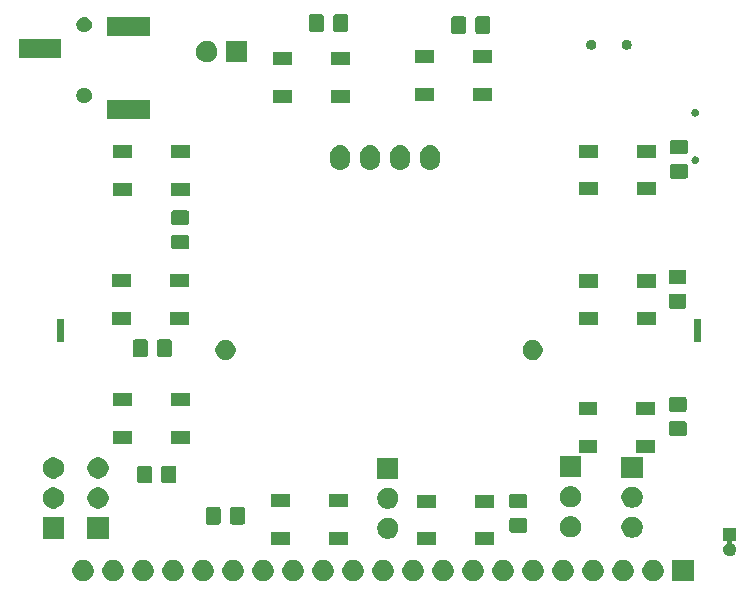
<source format=gbr>
G04 #@! TF.GenerationSoftware,KiCad,Pcbnew,5.1.5-52549c5~84~ubuntu16.04.1*
G04 #@! TF.CreationDate,2020-03-24T16:17:06-03:00*
G04 #@! TF.ProjectId,microbit_hat1_rd,6d696372-6f62-4697-945f-686174315f72,rev?*
G04 #@! TF.SameCoordinates,Original*
G04 #@! TF.FileFunction,Soldermask,Bot*
G04 #@! TF.FilePolarity,Negative*
%FSLAX46Y46*%
G04 Gerber Fmt 4.6, Leading zero omitted, Abs format (unit mm)*
G04 Created by KiCad (PCBNEW 5.1.5-52549c5~84~ubuntu16.04.1) date 2020-03-24 16:17:06*
%MOMM*%
%LPD*%
G04 APERTURE LIST*
%ADD10C,0.100000*%
G04 APERTURE END LIST*
D10*
G36*
X153204392Y-125336847D02*
G01*
X153353692Y-125366544D01*
X153517664Y-125434464D01*
X153665234Y-125533067D01*
X153790733Y-125658566D01*
X153889336Y-125806136D01*
X153957256Y-125970108D01*
X153991880Y-126144179D01*
X153991880Y-126321661D01*
X153957256Y-126495732D01*
X153889336Y-126659704D01*
X153790733Y-126807274D01*
X153665234Y-126932773D01*
X153517664Y-127031376D01*
X153353692Y-127099296D01*
X153204392Y-127128993D01*
X153179622Y-127133920D01*
X153002138Y-127133920D01*
X152977368Y-127128993D01*
X152828068Y-127099296D01*
X152664096Y-127031376D01*
X152516526Y-126932773D01*
X152391027Y-126807274D01*
X152292424Y-126659704D01*
X152224504Y-126495732D01*
X152189880Y-126321661D01*
X152189880Y-126144179D01*
X152224504Y-125970108D01*
X152292424Y-125806136D01*
X152391027Y-125658566D01*
X152516526Y-125533067D01*
X152664096Y-125434464D01*
X152828068Y-125366544D01*
X152977368Y-125336847D01*
X153002138Y-125331920D01*
X153179622Y-125331920D01*
X153204392Y-125336847D01*
G37*
G36*
X178604392Y-125336847D02*
G01*
X178753692Y-125366544D01*
X178917664Y-125434464D01*
X179065234Y-125533067D01*
X179190733Y-125658566D01*
X179289336Y-125806136D01*
X179357256Y-125970108D01*
X179391880Y-126144179D01*
X179391880Y-126321661D01*
X179357256Y-126495732D01*
X179289336Y-126659704D01*
X179190733Y-126807274D01*
X179065234Y-126932773D01*
X178917664Y-127031376D01*
X178753692Y-127099296D01*
X178604392Y-127128993D01*
X178579622Y-127133920D01*
X178402138Y-127133920D01*
X178377368Y-127128993D01*
X178228068Y-127099296D01*
X178064096Y-127031376D01*
X177916526Y-126932773D01*
X177791027Y-126807274D01*
X177692424Y-126659704D01*
X177624504Y-126495732D01*
X177589880Y-126321661D01*
X177589880Y-126144179D01*
X177624504Y-125970108D01*
X177692424Y-125806136D01*
X177791027Y-125658566D01*
X177916526Y-125533067D01*
X178064096Y-125434464D01*
X178228068Y-125366544D01*
X178377368Y-125336847D01*
X178402138Y-125331920D01*
X178579622Y-125331920D01*
X178604392Y-125336847D01*
G37*
G36*
X201464392Y-125336847D02*
G01*
X201613692Y-125366544D01*
X201777664Y-125434464D01*
X201925234Y-125533067D01*
X202050733Y-125658566D01*
X202149336Y-125806136D01*
X202217256Y-125970108D01*
X202251880Y-126144179D01*
X202251880Y-126321661D01*
X202217256Y-126495732D01*
X202149336Y-126659704D01*
X202050733Y-126807274D01*
X201925234Y-126932773D01*
X201777664Y-127031376D01*
X201613692Y-127099296D01*
X201464392Y-127128993D01*
X201439622Y-127133920D01*
X201262138Y-127133920D01*
X201237368Y-127128993D01*
X201088068Y-127099296D01*
X200924096Y-127031376D01*
X200776526Y-126932773D01*
X200651027Y-126807274D01*
X200552424Y-126659704D01*
X200484504Y-126495732D01*
X200449880Y-126321661D01*
X200449880Y-126144179D01*
X200484504Y-125970108D01*
X200552424Y-125806136D01*
X200651027Y-125658566D01*
X200776526Y-125533067D01*
X200924096Y-125434464D01*
X201088068Y-125366544D01*
X201237368Y-125336847D01*
X201262138Y-125331920D01*
X201439622Y-125331920D01*
X201464392Y-125336847D01*
G37*
G36*
X198924392Y-125336847D02*
G01*
X199073692Y-125366544D01*
X199237664Y-125434464D01*
X199385234Y-125533067D01*
X199510733Y-125658566D01*
X199609336Y-125806136D01*
X199677256Y-125970108D01*
X199711880Y-126144179D01*
X199711880Y-126321661D01*
X199677256Y-126495732D01*
X199609336Y-126659704D01*
X199510733Y-126807274D01*
X199385234Y-126932773D01*
X199237664Y-127031376D01*
X199073692Y-127099296D01*
X198924392Y-127128993D01*
X198899622Y-127133920D01*
X198722138Y-127133920D01*
X198697368Y-127128993D01*
X198548068Y-127099296D01*
X198384096Y-127031376D01*
X198236526Y-126932773D01*
X198111027Y-126807274D01*
X198012424Y-126659704D01*
X197944504Y-126495732D01*
X197909880Y-126321661D01*
X197909880Y-126144179D01*
X197944504Y-125970108D01*
X198012424Y-125806136D01*
X198111027Y-125658566D01*
X198236526Y-125533067D01*
X198384096Y-125434464D01*
X198548068Y-125366544D01*
X198697368Y-125336847D01*
X198722138Y-125331920D01*
X198899622Y-125331920D01*
X198924392Y-125336847D01*
G37*
G36*
X196384392Y-125336847D02*
G01*
X196533692Y-125366544D01*
X196697664Y-125434464D01*
X196845234Y-125533067D01*
X196970733Y-125658566D01*
X197069336Y-125806136D01*
X197137256Y-125970108D01*
X197171880Y-126144179D01*
X197171880Y-126321661D01*
X197137256Y-126495732D01*
X197069336Y-126659704D01*
X196970733Y-126807274D01*
X196845234Y-126932773D01*
X196697664Y-127031376D01*
X196533692Y-127099296D01*
X196384392Y-127128993D01*
X196359622Y-127133920D01*
X196182138Y-127133920D01*
X196157368Y-127128993D01*
X196008068Y-127099296D01*
X195844096Y-127031376D01*
X195696526Y-126932773D01*
X195571027Y-126807274D01*
X195472424Y-126659704D01*
X195404504Y-126495732D01*
X195369880Y-126321661D01*
X195369880Y-126144179D01*
X195404504Y-125970108D01*
X195472424Y-125806136D01*
X195571027Y-125658566D01*
X195696526Y-125533067D01*
X195844096Y-125434464D01*
X196008068Y-125366544D01*
X196157368Y-125336847D01*
X196182138Y-125331920D01*
X196359622Y-125331920D01*
X196384392Y-125336847D01*
G37*
G36*
X193844392Y-125336847D02*
G01*
X193993692Y-125366544D01*
X194157664Y-125434464D01*
X194305234Y-125533067D01*
X194430733Y-125658566D01*
X194529336Y-125806136D01*
X194597256Y-125970108D01*
X194631880Y-126144179D01*
X194631880Y-126321661D01*
X194597256Y-126495732D01*
X194529336Y-126659704D01*
X194430733Y-126807274D01*
X194305234Y-126932773D01*
X194157664Y-127031376D01*
X193993692Y-127099296D01*
X193844392Y-127128993D01*
X193819622Y-127133920D01*
X193642138Y-127133920D01*
X193617368Y-127128993D01*
X193468068Y-127099296D01*
X193304096Y-127031376D01*
X193156526Y-126932773D01*
X193031027Y-126807274D01*
X192932424Y-126659704D01*
X192864504Y-126495732D01*
X192829880Y-126321661D01*
X192829880Y-126144179D01*
X192864504Y-125970108D01*
X192932424Y-125806136D01*
X193031027Y-125658566D01*
X193156526Y-125533067D01*
X193304096Y-125434464D01*
X193468068Y-125366544D01*
X193617368Y-125336847D01*
X193642138Y-125331920D01*
X193819622Y-125331920D01*
X193844392Y-125336847D01*
G37*
G36*
X191304392Y-125336847D02*
G01*
X191453692Y-125366544D01*
X191617664Y-125434464D01*
X191765234Y-125533067D01*
X191890733Y-125658566D01*
X191989336Y-125806136D01*
X192057256Y-125970108D01*
X192091880Y-126144179D01*
X192091880Y-126321661D01*
X192057256Y-126495732D01*
X191989336Y-126659704D01*
X191890733Y-126807274D01*
X191765234Y-126932773D01*
X191617664Y-127031376D01*
X191453692Y-127099296D01*
X191304392Y-127128993D01*
X191279622Y-127133920D01*
X191102138Y-127133920D01*
X191077368Y-127128993D01*
X190928068Y-127099296D01*
X190764096Y-127031376D01*
X190616526Y-126932773D01*
X190491027Y-126807274D01*
X190392424Y-126659704D01*
X190324504Y-126495732D01*
X190289880Y-126321661D01*
X190289880Y-126144179D01*
X190324504Y-125970108D01*
X190392424Y-125806136D01*
X190491027Y-125658566D01*
X190616526Y-125533067D01*
X190764096Y-125434464D01*
X190928068Y-125366544D01*
X191077368Y-125336847D01*
X191102138Y-125331920D01*
X191279622Y-125331920D01*
X191304392Y-125336847D01*
G37*
G36*
X188764392Y-125336847D02*
G01*
X188913692Y-125366544D01*
X189077664Y-125434464D01*
X189225234Y-125533067D01*
X189350733Y-125658566D01*
X189449336Y-125806136D01*
X189517256Y-125970108D01*
X189551880Y-126144179D01*
X189551880Y-126321661D01*
X189517256Y-126495732D01*
X189449336Y-126659704D01*
X189350733Y-126807274D01*
X189225234Y-126932773D01*
X189077664Y-127031376D01*
X188913692Y-127099296D01*
X188764392Y-127128993D01*
X188739622Y-127133920D01*
X188562138Y-127133920D01*
X188537368Y-127128993D01*
X188388068Y-127099296D01*
X188224096Y-127031376D01*
X188076526Y-126932773D01*
X187951027Y-126807274D01*
X187852424Y-126659704D01*
X187784504Y-126495732D01*
X187749880Y-126321661D01*
X187749880Y-126144179D01*
X187784504Y-125970108D01*
X187852424Y-125806136D01*
X187951027Y-125658566D01*
X188076526Y-125533067D01*
X188224096Y-125434464D01*
X188388068Y-125366544D01*
X188537368Y-125336847D01*
X188562138Y-125331920D01*
X188739622Y-125331920D01*
X188764392Y-125336847D01*
G37*
G36*
X186224392Y-125336847D02*
G01*
X186373692Y-125366544D01*
X186537664Y-125434464D01*
X186685234Y-125533067D01*
X186810733Y-125658566D01*
X186909336Y-125806136D01*
X186977256Y-125970108D01*
X187011880Y-126144179D01*
X187011880Y-126321661D01*
X186977256Y-126495732D01*
X186909336Y-126659704D01*
X186810733Y-126807274D01*
X186685234Y-126932773D01*
X186537664Y-127031376D01*
X186373692Y-127099296D01*
X186224392Y-127128993D01*
X186199622Y-127133920D01*
X186022138Y-127133920D01*
X185997368Y-127128993D01*
X185848068Y-127099296D01*
X185684096Y-127031376D01*
X185536526Y-126932773D01*
X185411027Y-126807274D01*
X185312424Y-126659704D01*
X185244504Y-126495732D01*
X185209880Y-126321661D01*
X185209880Y-126144179D01*
X185244504Y-125970108D01*
X185312424Y-125806136D01*
X185411027Y-125658566D01*
X185536526Y-125533067D01*
X185684096Y-125434464D01*
X185848068Y-125366544D01*
X185997368Y-125336847D01*
X186022138Y-125331920D01*
X186199622Y-125331920D01*
X186224392Y-125336847D01*
G37*
G36*
X183684392Y-125336847D02*
G01*
X183833692Y-125366544D01*
X183997664Y-125434464D01*
X184145234Y-125533067D01*
X184270733Y-125658566D01*
X184369336Y-125806136D01*
X184437256Y-125970108D01*
X184471880Y-126144179D01*
X184471880Y-126321661D01*
X184437256Y-126495732D01*
X184369336Y-126659704D01*
X184270733Y-126807274D01*
X184145234Y-126932773D01*
X183997664Y-127031376D01*
X183833692Y-127099296D01*
X183684392Y-127128993D01*
X183659622Y-127133920D01*
X183482138Y-127133920D01*
X183457368Y-127128993D01*
X183308068Y-127099296D01*
X183144096Y-127031376D01*
X182996526Y-126932773D01*
X182871027Y-126807274D01*
X182772424Y-126659704D01*
X182704504Y-126495732D01*
X182669880Y-126321661D01*
X182669880Y-126144179D01*
X182704504Y-125970108D01*
X182772424Y-125806136D01*
X182871027Y-125658566D01*
X182996526Y-125533067D01*
X183144096Y-125434464D01*
X183308068Y-125366544D01*
X183457368Y-125336847D01*
X183482138Y-125331920D01*
X183659622Y-125331920D01*
X183684392Y-125336847D01*
G37*
G36*
X181144392Y-125336847D02*
G01*
X181293692Y-125366544D01*
X181457664Y-125434464D01*
X181605234Y-125533067D01*
X181730733Y-125658566D01*
X181829336Y-125806136D01*
X181897256Y-125970108D01*
X181931880Y-126144179D01*
X181931880Y-126321661D01*
X181897256Y-126495732D01*
X181829336Y-126659704D01*
X181730733Y-126807274D01*
X181605234Y-126932773D01*
X181457664Y-127031376D01*
X181293692Y-127099296D01*
X181144392Y-127128993D01*
X181119622Y-127133920D01*
X180942138Y-127133920D01*
X180917368Y-127128993D01*
X180768068Y-127099296D01*
X180604096Y-127031376D01*
X180456526Y-126932773D01*
X180331027Y-126807274D01*
X180232424Y-126659704D01*
X180164504Y-126495732D01*
X180129880Y-126321661D01*
X180129880Y-126144179D01*
X180164504Y-125970108D01*
X180232424Y-125806136D01*
X180331027Y-125658566D01*
X180456526Y-125533067D01*
X180604096Y-125434464D01*
X180768068Y-125366544D01*
X180917368Y-125336847D01*
X180942138Y-125331920D01*
X181119622Y-125331920D01*
X181144392Y-125336847D01*
G37*
G36*
X176064392Y-125336847D02*
G01*
X176213692Y-125366544D01*
X176377664Y-125434464D01*
X176525234Y-125533067D01*
X176650733Y-125658566D01*
X176749336Y-125806136D01*
X176817256Y-125970108D01*
X176851880Y-126144179D01*
X176851880Y-126321661D01*
X176817256Y-126495732D01*
X176749336Y-126659704D01*
X176650733Y-126807274D01*
X176525234Y-126932773D01*
X176377664Y-127031376D01*
X176213692Y-127099296D01*
X176064392Y-127128993D01*
X176039622Y-127133920D01*
X175862138Y-127133920D01*
X175837368Y-127128993D01*
X175688068Y-127099296D01*
X175524096Y-127031376D01*
X175376526Y-126932773D01*
X175251027Y-126807274D01*
X175152424Y-126659704D01*
X175084504Y-126495732D01*
X175049880Y-126321661D01*
X175049880Y-126144179D01*
X175084504Y-125970108D01*
X175152424Y-125806136D01*
X175251027Y-125658566D01*
X175376526Y-125533067D01*
X175524096Y-125434464D01*
X175688068Y-125366544D01*
X175837368Y-125336847D01*
X175862138Y-125331920D01*
X176039622Y-125331920D01*
X176064392Y-125336847D01*
G37*
G36*
X204791880Y-127133920D02*
G01*
X202989880Y-127133920D01*
X202989880Y-125331920D01*
X204791880Y-125331920D01*
X204791880Y-127133920D01*
G37*
G36*
X155744392Y-125336847D02*
G01*
X155893692Y-125366544D01*
X156057664Y-125434464D01*
X156205234Y-125533067D01*
X156330733Y-125658566D01*
X156429336Y-125806136D01*
X156497256Y-125970108D01*
X156531880Y-126144179D01*
X156531880Y-126321661D01*
X156497256Y-126495732D01*
X156429336Y-126659704D01*
X156330733Y-126807274D01*
X156205234Y-126932773D01*
X156057664Y-127031376D01*
X155893692Y-127099296D01*
X155744392Y-127128993D01*
X155719622Y-127133920D01*
X155542138Y-127133920D01*
X155517368Y-127128993D01*
X155368068Y-127099296D01*
X155204096Y-127031376D01*
X155056526Y-126932773D01*
X154931027Y-126807274D01*
X154832424Y-126659704D01*
X154764504Y-126495732D01*
X154729880Y-126321661D01*
X154729880Y-126144179D01*
X154764504Y-125970108D01*
X154832424Y-125806136D01*
X154931027Y-125658566D01*
X155056526Y-125533067D01*
X155204096Y-125434464D01*
X155368068Y-125366544D01*
X155517368Y-125336847D01*
X155542138Y-125331920D01*
X155719622Y-125331920D01*
X155744392Y-125336847D01*
G37*
G36*
X158284392Y-125336847D02*
G01*
X158433692Y-125366544D01*
X158597664Y-125434464D01*
X158745234Y-125533067D01*
X158870733Y-125658566D01*
X158969336Y-125806136D01*
X159037256Y-125970108D01*
X159071880Y-126144179D01*
X159071880Y-126321661D01*
X159037256Y-126495732D01*
X158969336Y-126659704D01*
X158870733Y-126807274D01*
X158745234Y-126932773D01*
X158597664Y-127031376D01*
X158433692Y-127099296D01*
X158284392Y-127128993D01*
X158259622Y-127133920D01*
X158082138Y-127133920D01*
X158057368Y-127128993D01*
X157908068Y-127099296D01*
X157744096Y-127031376D01*
X157596526Y-126932773D01*
X157471027Y-126807274D01*
X157372424Y-126659704D01*
X157304504Y-126495732D01*
X157269880Y-126321661D01*
X157269880Y-126144179D01*
X157304504Y-125970108D01*
X157372424Y-125806136D01*
X157471027Y-125658566D01*
X157596526Y-125533067D01*
X157744096Y-125434464D01*
X157908068Y-125366544D01*
X158057368Y-125336847D01*
X158082138Y-125331920D01*
X158259622Y-125331920D01*
X158284392Y-125336847D01*
G37*
G36*
X160824392Y-125336847D02*
G01*
X160973692Y-125366544D01*
X161137664Y-125434464D01*
X161285234Y-125533067D01*
X161410733Y-125658566D01*
X161509336Y-125806136D01*
X161577256Y-125970108D01*
X161611880Y-126144179D01*
X161611880Y-126321661D01*
X161577256Y-126495732D01*
X161509336Y-126659704D01*
X161410733Y-126807274D01*
X161285234Y-126932773D01*
X161137664Y-127031376D01*
X160973692Y-127099296D01*
X160824392Y-127128993D01*
X160799622Y-127133920D01*
X160622138Y-127133920D01*
X160597368Y-127128993D01*
X160448068Y-127099296D01*
X160284096Y-127031376D01*
X160136526Y-126932773D01*
X160011027Y-126807274D01*
X159912424Y-126659704D01*
X159844504Y-126495732D01*
X159809880Y-126321661D01*
X159809880Y-126144179D01*
X159844504Y-125970108D01*
X159912424Y-125806136D01*
X160011027Y-125658566D01*
X160136526Y-125533067D01*
X160284096Y-125434464D01*
X160448068Y-125366544D01*
X160597368Y-125336847D01*
X160622138Y-125331920D01*
X160799622Y-125331920D01*
X160824392Y-125336847D01*
G37*
G36*
X163364392Y-125336847D02*
G01*
X163513692Y-125366544D01*
X163677664Y-125434464D01*
X163825234Y-125533067D01*
X163950733Y-125658566D01*
X164049336Y-125806136D01*
X164117256Y-125970108D01*
X164151880Y-126144179D01*
X164151880Y-126321661D01*
X164117256Y-126495732D01*
X164049336Y-126659704D01*
X163950733Y-126807274D01*
X163825234Y-126932773D01*
X163677664Y-127031376D01*
X163513692Y-127099296D01*
X163364392Y-127128993D01*
X163339622Y-127133920D01*
X163162138Y-127133920D01*
X163137368Y-127128993D01*
X162988068Y-127099296D01*
X162824096Y-127031376D01*
X162676526Y-126932773D01*
X162551027Y-126807274D01*
X162452424Y-126659704D01*
X162384504Y-126495732D01*
X162349880Y-126321661D01*
X162349880Y-126144179D01*
X162384504Y-125970108D01*
X162452424Y-125806136D01*
X162551027Y-125658566D01*
X162676526Y-125533067D01*
X162824096Y-125434464D01*
X162988068Y-125366544D01*
X163137368Y-125336847D01*
X163162138Y-125331920D01*
X163339622Y-125331920D01*
X163364392Y-125336847D01*
G37*
G36*
X168444392Y-125336847D02*
G01*
X168593692Y-125366544D01*
X168757664Y-125434464D01*
X168905234Y-125533067D01*
X169030733Y-125658566D01*
X169129336Y-125806136D01*
X169197256Y-125970108D01*
X169231880Y-126144179D01*
X169231880Y-126321661D01*
X169197256Y-126495732D01*
X169129336Y-126659704D01*
X169030733Y-126807274D01*
X168905234Y-126932773D01*
X168757664Y-127031376D01*
X168593692Y-127099296D01*
X168444392Y-127128993D01*
X168419622Y-127133920D01*
X168242138Y-127133920D01*
X168217368Y-127128993D01*
X168068068Y-127099296D01*
X167904096Y-127031376D01*
X167756526Y-126932773D01*
X167631027Y-126807274D01*
X167532424Y-126659704D01*
X167464504Y-126495732D01*
X167429880Y-126321661D01*
X167429880Y-126144179D01*
X167464504Y-125970108D01*
X167532424Y-125806136D01*
X167631027Y-125658566D01*
X167756526Y-125533067D01*
X167904096Y-125434464D01*
X168068068Y-125366544D01*
X168217368Y-125336847D01*
X168242138Y-125331920D01*
X168419622Y-125331920D01*
X168444392Y-125336847D01*
G37*
G36*
X170984392Y-125336847D02*
G01*
X171133692Y-125366544D01*
X171297664Y-125434464D01*
X171445234Y-125533067D01*
X171570733Y-125658566D01*
X171669336Y-125806136D01*
X171737256Y-125970108D01*
X171771880Y-126144179D01*
X171771880Y-126321661D01*
X171737256Y-126495732D01*
X171669336Y-126659704D01*
X171570733Y-126807274D01*
X171445234Y-126932773D01*
X171297664Y-127031376D01*
X171133692Y-127099296D01*
X170984392Y-127128993D01*
X170959622Y-127133920D01*
X170782138Y-127133920D01*
X170757368Y-127128993D01*
X170608068Y-127099296D01*
X170444096Y-127031376D01*
X170296526Y-126932773D01*
X170171027Y-126807274D01*
X170072424Y-126659704D01*
X170004504Y-126495732D01*
X169969880Y-126321661D01*
X169969880Y-126144179D01*
X170004504Y-125970108D01*
X170072424Y-125806136D01*
X170171027Y-125658566D01*
X170296526Y-125533067D01*
X170444096Y-125434464D01*
X170608068Y-125366544D01*
X170757368Y-125336847D01*
X170782138Y-125331920D01*
X170959622Y-125331920D01*
X170984392Y-125336847D01*
G37*
G36*
X173524392Y-125336847D02*
G01*
X173673692Y-125366544D01*
X173837664Y-125434464D01*
X173985234Y-125533067D01*
X174110733Y-125658566D01*
X174209336Y-125806136D01*
X174277256Y-125970108D01*
X174311880Y-126144179D01*
X174311880Y-126321661D01*
X174277256Y-126495732D01*
X174209336Y-126659704D01*
X174110733Y-126807274D01*
X173985234Y-126932773D01*
X173837664Y-127031376D01*
X173673692Y-127099296D01*
X173524392Y-127128993D01*
X173499622Y-127133920D01*
X173322138Y-127133920D01*
X173297368Y-127128993D01*
X173148068Y-127099296D01*
X172984096Y-127031376D01*
X172836526Y-126932773D01*
X172711027Y-126807274D01*
X172612424Y-126659704D01*
X172544504Y-126495732D01*
X172509880Y-126321661D01*
X172509880Y-126144179D01*
X172544504Y-125970108D01*
X172612424Y-125806136D01*
X172711027Y-125658566D01*
X172836526Y-125533067D01*
X172984096Y-125434464D01*
X173148068Y-125366544D01*
X173297368Y-125336847D01*
X173322138Y-125331920D01*
X173499622Y-125331920D01*
X173524392Y-125336847D01*
G37*
G36*
X165904392Y-125336847D02*
G01*
X166053692Y-125366544D01*
X166217664Y-125434464D01*
X166365234Y-125533067D01*
X166490733Y-125658566D01*
X166589336Y-125806136D01*
X166657256Y-125970108D01*
X166691880Y-126144179D01*
X166691880Y-126321661D01*
X166657256Y-126495732D01*
X166589336Y-126659704D01*
X166490733Y-126807274D01*
X166365234Y-126932773D01*
X166217664Y-127031376D01*
X166053692Y-127099296D01*
X165904392Y-127128993D01*
X165879622Y-127133920D01*
X165702138Y-127133920D01*
X165677368Y-127128993D01*
X165528068Y-127099296D01*
X165364096Y-127031376D01*
X165216526Y-126932773D01*
X165091027Y-126807274D01*
X164992424Y-126659704D01*
X164924504Y-126495732D01*
X164889880Y-126321661D01*
X164889880Y-126144179D01*
X164924504Y-125970108D01*
X164992424Y-125806136D01*
X165091027Y-125658566D01*
X165216526Y-125533067D01*
X165364096Y-125434464D01*
X165528068Y-125366544D01*
X165677368Y-125336847D01*
X165702138Y-125331920D01*
X165879622Y-125331920D01*
X165904392Y-125336847D01*
G37*
G36*
X208386500Y-123733380D02*
G01*
X208163282Y-123733380D01*
X208138896Y-123735782D01*
X208115447Y-123742895D01*
X208093836Y-123754446D01*
X208074894Y-123769991D01*
X208059349Y-123788933D01*
X208047798Y-123810544D01*
X208040685Y-123833993D01*
X208038283Y-123858379D01*
X208040685Y-123882765D01*
X208047798Y-123906214D01*
X208059349Y-123927825D01*
X208074894Y-123946767D01*
X208093836Y-123962312D01*
X208155316Y-124003392D01*
X208186742Y-124024390D01*
X208263490Y-124101138D01*
X208263491Y-124101140D01*
X208323791Y-124191385D01*
X208365326Y-124291659D01*
X208386500Y-124398110D01*
X208386500Y-124506650D01*
X208365326Y-124613101D01*
X208323791Y-124713375D01*
X208323790Y-124713376D01*
X208263490Y-124803622D01*
X208186742Y-124880370D01*
X208141312Y-124910725D01*
X208096495Y-124940671D01*
X207996221Y-124982206D01*
X207889770Y-125003380D01*
X207781230Y-125003380D01*
X207674779Y-124982206D01*
X207574505Y-124940671D01*
X207529688Y-124910725D01*
X207484258Y-124880370D01*
X207407510Y-124803622D01*
X207347210Y-124713376D01*
X207347209Y-124713375D01*
X207305674Y-124613101D01*
X207284500Y-124506650D01*
X207284500Y-124398110D01*
X207305674Y-124291659D01*
X207347209Y-124191385D01*
X207407509Y-124101140D01*
X207407510Y-124101138D01*
X207484258Y-124024390D01*
X207515684Y-124003392D01*
X207577164Y-123962312D01*
X207596106Y-123946766D01*
X207611651Y-123927824D01*
X207623202Y-123906213D01*
X207630315Y-123882765D01*
X207632717Y-123858378D01*
X207630315Y-123833992D01*
X207623202Y-123810543D01*
X207611651Y-123788933D01*
X207596105Y-123769991D01*
X207577163Y-123754446D01*
X207555552Y-123742895D01*
X207532104Y-123735782D01*
X207507718Y-123733380D01*
X207284500Y-123733380D01*
X207284500Y-122631380D01*
X208386500Y-122631380D01*
X208386500Y-123733380D01*
G37*
G36*
X182940420Y-124109100D02*
G01*
X181338420Y-124109100D01*
X181338420Y-123007100D01*
X182940420Y-123007100D01*
X182940420Y-124109100D01*
G37*
G36*
X187840420Y-124109100D02*
G01*
X186238420Y-124109100D01*
X186238420Y-123007100D01*
X187840420Y-123007100D01*
X187840420Y-124109100D01*
G37*
G36*
X175529040Y-124083700D02*
G01*
X173927040Y-124083700D01*
X173927040Y-122981700D01*
X175529040Y-122981700D01*
X175529040Y-124083700D01*
G37*
G36*
X170629040Y-124083700D02*
G01*
X169027040Y-124083700D01*
X169027040Y-122981700D01*
X170629040Y-122981700D01*
X170629040Y-124083700D01*
G37*
G36*
X179003172Y-121752907D02*
G01*
X179152472Y-121782604D01*
X179316444Y-121850524D01*
X179464014Y-121949127D01*
X179589513Y-122074626D01*
X179688116Y-122222196D01*
X179756036Y-122386168D01*
X179790660Y-122560239D01*
X179790660Y-122737721D01*
X179756036Y-122911792D01*
X179688116Y-123075764D01*
X179589513Y-123223334D01*
X179464014Y-123348833D01*
X179316444Y-123447436D01*
X179152472Y-123515356D01*
X179003172Y-123545053D01*
X178978402Y-123549980D01*
X178800918Y-123549980D01*
X178776148Y-123545053D01*
X178626848Y-123515356D01*
X178462876Y-123447436D01*
X178315306Y-123348833D01*
X178189807Y-123223334D01*
X178091204Y-123075764D01*
X178023284Y-122911792D01*
X177988660Y-122737721D01*
X177988660Y-122560239D01*
X178023284Y-122386168D01*
X178091204Y-122222196D01*
X178189807Y-122074626D01*
X178315306Y-121949127D01*
X178462876Y-121850524D01*
X178626848Y-121782604D01*
X178776148Y-121752907D01*
X178800918Y-121747980D01*
X178978402Y-121747980D01*
X179003172Y-121752907D01*
G37*
G36*
X155259340Y-123527120D02*
G01*
X153457340Y-123527120D01*
X153457340Y-121725120D01*
X155259340Y-121725120D01*
X155259340Y-123527120D01*
G37*
G36*
X151477280Y-123527120D02*
G01*
X149675280Y-123527120D01*
X149675280Y-121725120D01*
X151477280Y-121725120D01*
X151477280Y-123527120D01*
G37*
G36*
X199686392Y-121661467D02*
G01*
X199835692Y-121691164D01*
X199999664Y-121759084D01*
X200147234Y-121857687D01*
X200272733Y-121983186D01*
X200371336Y-122130756D01*
X200439256Y-122294728D01*
X200473880Y-122468799D01*
X200473880Y-122646281D01*
X200439256Y-122820352D01*
X200371336Y-122984324D01*
X200272733Y-123131894D01*
X200147234Y-123257393D01*
X199999664Y-123355996D01*
X199835692Y-123423916D01*
X199686392Y-123453613D01*
X199661622Y-123458540D01*
X199484138Y-123458540D01*
X199459368Y-123453613D01*
X199310068Y-123423916D01*
X199146096Y-123355996D01*
X198998526Y-123257393D01*
X198873027Y-123131894D01*
X198774424Y-122984324D01*
X198706504Y-122820352D01*
X198671880Y-122646281D01*
X198671880Y-122468799D01*
X198706504Y-122294728D01*
X198774424Y-122130756D01*
X198873027Y-121983186D01*
X198998526Y-121857687D01*
X199146096Y-121759084D01*
X199310068Y-121691164D01*
X199459368Y-121661467D01*
X199484138Y-121656540D01*
X199661622Y-121656540D01*
X199686392Y-121661467D01*
G37*
G36*
X194471772Y-121636067D02*
G01*
X194621072Y-121665764D01*
X194785044Y-121733684D01*
X194932614Y-121832287D01*
X195058113Y-121957786D01*
X195156716Y-122105356D01*
X195224636Y-122269328D01*
X195259260Y-122443399D01*
X195259260Y-122620881D01*
X195224636Y-122794952D01*
X195156716Y-122958924D01*
X195058113Y-123106494D01*
X194932614Y-123231993D01*
X194785044Y-123330596D01*
X194621072Y-123398516D01*
X194471772Y-123428213D01*
X194447002Y-123433140D01*
X194269518Y-123433140D01*
X194244748Y-123428213D01*
X194095448Y-123398516D01*
X193931476Y-123330596D01*
X193783906Y-123231993D01*
X193658407Y-123106494D01*
X193559804Y-122958924D01*
X193491884Y-122794952D01*
X193457260Y-122620881D01*
X193457260Y-122443399D01*
X193491884Y-122269328D01*
X193559804Y-122105356D01*
X193658407Y-121957786D01*
X193783906Y-121832287D01*
X193931476Y-121733684D01*
X194095448Y-121665764D01*
X194244748Y-121636067D01*
X194269518Y-121631140D01*
X194447002Y-121631140D01*
X194471772Y-121636067D01*
G37*
G36*
X190519714Y-121768585D02*
G01*
X190557407Y-121780019D01*
X190592143Y-121798586D01*
X190622588Y-121823572D01*
X190647574Y-121854017D01*
X190666141Y-121888753D01*
X190677575Y-121926446D01*
X190682040Y-121971781D01*
X190682040Y-122808459D01*
X190677575Y-122853794D01*
X190666141Y-122891487D01*
X190647574Y-122926223D01*
X190622588Y-122956668D01*
X190592143Y-122981654D01*
X190557407Y-123000221D01*
X190519714Y-123011655D01*
X190474379Y-123016120D01*
X189387701Y-123016120D01*
X189342366Y-123011655D01*
X189304673Y-123000221D01*
X189269937Y-122981654D01*
X189239492Y-122956668D01*
X189214506Y-122926223D01*
X189195939Y-122891487D01*
X189184505Y-122853794D01*
X189180040Y-122808459D01*
X189180040Y-121971781D01*
X189184505Y-121926446D01*
X189195939Y-121888753D01*
X189214506Y-121854017D01*
X189239492Y-121823572D01*
X189269937Y-121798586D01*
X189304673Y-121780019D01*
X189342366Y-121768585D01*
X189387701Y-121764120D01*
X190474379Y-121764120D01*
X190519714Y-121768585D01*
G37*
G36*
X166623074Y-120845805D02*
G01*
X166660767Y-120857239D01*
X166695503Y-120875806D01*
X166725948Y-120900792D01*
X166750934Y-120931237D01*
X166769501Y-120965973D01*
X166780935Y-121003666D01*
X166785400Y-121049001D01*
X166785400Y-122135679D01*
X166780935Y-122181014D01*
X166769501Y-122218707D01*
X166750934Y-122253443D01*
X166725948Y-122283888D01*
X166695503Y-122308874D01*
X166660767Y-122327441D01*
X166623074Y-122338875D01*
X166577739Y-122343340D01*
X165741061Y-122343340D01*
X165695726Y-122338875D01*
X165658033Y-122327441D01*
X165623297Y-122308874D01*
X165592852Y-122283888D01*
X165567866Y-122253443D01*
X165549299Y-122218707D01*
X165537865Y-122181014D01*
X165533400Y-122135679D01*
X165533400Y-121049001D01*
X165537865Y-121003666D01*
X165549299Y-120965973D01*
X165567866Y-120931237D01*
X165592852Y-120900792D01*
X165623297Y-120875806D01*
X165658033Y-120857239D01*
X165695726Y-120845805D01*
X165741061Y-120841340D01*
X166577739Y-120841340D01*
X166623074Y-120845805D01*
G37*
G36*
X164573074Y-120845805D02*
G01*
X164610767Y-120857239D01*
X164645503Y-120875806D01*
X164675948Y-120900792D01*
X164700934Y-120931237D01*
X164719501Y-120965973D01*
X164730935Y-121003666D01*
X164735400Y-121049001D01*
X164735400Y-122135679D01*
X164730935Y-122181014D01*
X164719501Y-122218707D01*
X164700934Y-122253443D01*
X164675948Y-122283888D01*
X164645503Y-122308874D01*
X164610767Y-122327441D01*
X164573074Y-122338875D01*
X164527739Y-122343340D01*
X163691061Y-122343340D01*
X163645726Y-122338875D01*
X163608033Y-122327441D01*
X163573297Y-122308874D01*
X163542852Y-122283888D01*
X163517866Y-122253443D01*
X163499299Y-122218707D01*
X163487865Y-122181014D01*
X163483400Y-122135679D01*
X163483400Y-121049001D01*
X163487865Y-121003666D01*
X163499299Y-120965973D01*
X163517866Y-120931237D01*
X163542852Y-120900792D01*
X163573297Y-120875806D01*
X163608033Y-120857239D01*
X163645726Y-120845805D01*
X163691061Y-120841340D01*
X164527739Y-120841340D01*
X164573074Y-120845805D01*
G37*
G36*
X179003172Y-119212907D02*
G01*
X179152472Y-119242604D01*
X179316444Y-119310524D01*
X179464014Y-119409127D01*
X179589513Y-119534626D01*
X179688116Y-119682196D01*
X179756036Y-119846168D01*
X179790660Y-120020239D01*
X179790660Y-120197721D01*
X179756036Y-120371792D01*
X179688116Y-120535764D01*
X179589513Y-120683334D01*
X179464014Y-120808833D01*
X179316444Y-120907436D01*
X179152472Y-120975356D01*
X179010144Y-121003666D01*
X178978402Y-121009980D01*
X178800918Y-121009980D01*
X178769176Y-121003666D01*
X178626848Y-120975356D01*
X178462876Y-120907436D01*
X178315306Y-120808833D01*
X178189807Y-120683334D01*
X178091204Y-120535764D01*
X178023284Y-120371792D01*
X177988660Y-120197721D01*
X177988660Y-120020239D01*
X178023284Y-119846168D01*
X178091204Y-119682196D01*
X178189807Y-119534626D01*
X178315306Y-119409127D01*
X178462876Y-119310524D01*
X178626848Y-119242604D01*
X178776148Y-119212907D01*
X178800918Y-119207980D01*
X178978402Y-119207980D01*
X179003172Y-119212907D01*
G37*
G36*
X154471852Y-119190047D02*
G01*
X154621152Y-119219744D01*
X154785124Y-119287664D01*
X154932694Y-119386267D01*
X155058193Y-119511766D01*
X155156796Y-119659336D01*
X155224716Y-119823308D01*
X155259340Y-119997379D01*
X155259340Y-120174861D01*
X155224716Y-120348932D01*
X155156796Y-120512904D01*
X155058193Y-120660474D01*
X154932694Y-120785973D01*
X154785124Y-120884576D01*
X154621152Y-120952496D01*
X154471852Y-120982193D01*
X154447082Y-120987120D01*
X154269598Y-120987120D01*
X154244828Y-120982193D01*
X154095528Y-120952496D01*
X153931556Y-120884576D01*
X153783986Y-120785973D01*
X153658487Y-120660474D01*
X153559884Y-120512904D01*
X153491964Y-120348932D01*
X153457340Y-120174861D01*
X153457340Y-119997379D01*
X153491964Y-119823308D01*
X153559884Y-119659336D01*
X153658487Y-119511766D01*
X153783986Y-119386267D01*
X153931556Y-119287664D01*
X154095528Y-119219744D01*
X154244828Y-119190047D01*
X154269598Y-119185120D01*
X154447082Y-119185120D01*
X154471852Y-119190047D01*
G37*
G36*
X150689792Y-119190047D02*
G01*
X150839092Y-119219744D01*
X151003064Y-119287664D01*
X151150634Y-119386267D01*
X151276133Y-119511766D01*
X151374736Y-119659336D01*
X151442656Y-119823308D01*
X151477280Y-119997379D01*
X151477280Y-120174861D01*
X151442656Y-120348932D01*
X151374736Y-120512904D01*
X151276133Y-120660474D01*
X151150634Y-120785973D01*
X151003064Y-120884576D01*
X150839092Y-120952496D01*
X150689792Y-120982193D01*
X150665022Y-120987120D01*
X150487538Y-120987120D01*
X150462768Y-120982193D01*
X150313468Y-120952496D01*
X150149496Y-120884576D01*
X150001926Y-120785973D01*
X149876427Y-120660474D01*
X149777824Y-120512904D01*
X149709904Y-120348932D01*
X149675280Y-120174861D01*
X149675280Y-119997379D01*
X149709904Y-119823308D01*
X149777824Y-119659336D01*
X149876427Y-119511766D01*
X150001926Y-119386267D01*
X150149496Y-119287664D01*
X150313468Y-119219744D01*
X150462768Y-119190047D01*
X150487538Y-119185120D01*
X150665022Y-119185120D01*
X150689792Y-119190047D01*
G37*
G36*
X190519714Y-119718585D02*
G01*
X190557407Y-119730019D01*
X190592143Y-119748586D01*
X190622588Y-119773572D01*
X190647574Y-119804017D01*
X190666141Y-119838753D01*
X190677575Y-119876446D01*
X190682040Y-119921781D01*
X190682040Y-120758459D01*
X190677575Y-120803794D01*
X190666141Y-120841487D01*
X190647574Y-120876223D01*
X190622588Y-120906668D01*
X190592143Y-120931654D01*
X190557407Y-120950221D01*
X190519714Y-120961655D01*
X190474379Y-120966120D01*
X189387701Y-120966120D01*
X189342366Y-120961655D01*
X189304673Y-120950221D01*
X189269937Y-120931654D01*
X189239492Y-120906668D01*
X189214506Y-120876223D01*
X189195939Y-120841487D01*
X189184505Y-120803794D01*
X189180040Y-120758459D01*
X189180040Y-119921781D01*
X189184505Y-119876446D01*
X189195939Y-119838753D01*
X189214506Y-119804017D01*
X189239492Y-119773572D01*
X189269937Y-119748586D01*
X189304673Y-119730019D01*
X189342366Y-119718585D01*
X189387701Y-119714120D01*
X190474379Y-119714120D01*
X190519714Y-119718585D01*
G37*
G36*
X199686392Y-119121467D02*
G01*
X199835692Y-119151164D01*
X199999664Y-119219084D01*
X200147234Y-119317687D01*
X200272733Y-119443186D01*
X200371336Y-119590756D01*
X200439256Y-119754728D01*
X200473880Y-119928799D01*
X200473880Y-120106281D01*
X200439256Y-120280352D01*
X200371336Y-120444324D01*
X200272733Y-120591894D01*
X200147234Y-120717393D01*
X199999664Y-120815996D01*
X199835692Y-120883916D01*
X199686392Y-120913613D01*
X199661622Y-120918540D01*
X199484138Y-120918540D01*
X199459368Y-120913613D01*
X199310068Y-120883916D01*
X199146096Y-120815996D01*
X198998526Y-120717393D01*
X198873027Y-120591894D01*
X198774424Y-120444324D01*
X198706504Y-120280352D01*
X198671880Y-120106281D01*
X198671880Y-119928799D01*
X198706504Y-119754728D01*
X198774424Y-119590756D01*
X198873027Y-119443186D01*
X198998526Y-119317687D01*
X199146096Y-119219084D01*
X199310068Y-119151164D01*
X199459368Y-119121467D01*
X199484138Y-119116540D01*
X199661622Y-119116540D01*
X199686392Y-119121467D01*
G37*
G36*
X182940420Y-120909100D02*
G01*
X181338420Y-120909100D01*
X181338420Y-119807100D01*
X182940420Y-119807100D01*
X182940420Y-120909100D01*
G37*
G36*
X187840420Y-120909100D02*
G01*
X186238420Y-120909100D01*
X186238420Y-119807100D01*
X187840420Y-119807100D01*
X187840420Y-120909100D01*
G37*
G36*
X194471772Y-119096067D02*
G01*
X194621072Y-119125764D01*
X194785044Y-119193684D01*
X194932614Y-119292287D01*
X195058113Y-119417786D01*
X195156716Y-119565356D01*
X195224636Y-119729328D01*
X195259260Y-119903399D01*
X195259260Y-120080881D01*
X195224636Y-120254952D01*
X195156716Y-120418924D01*
X195058113Y-120566494D01*
X194932614Y-120691993D01*
X194785044Y-120790596D01*
X194621072Y-120858516D01*
X194480876Y-120886402D01*
X194447002Y-120893140D01*
X194269518Y-120893140D01*
X194235644Y-120886402D01*
X194095448Y-120858516D01*
X193931476Y-120790596D01*
X193783906Y-120691993D01*
X193658407Y-120566494D01*
X193559804Y-120418924D01*
X193491884Y-120254952D01*
X193457260Y-120080881D01*
X193457260Y-119903399D01*
X193491884Y-119729328D01*
X193559804Y-119565356D01*
X193658407Y-119417786D01*
X193783906Y-119292287D01*
X193931476Y-119193684D01*
X194095448Y-119125764D01*
X194244748Y-119096067D01*
X194269518Y-119091140D01*
X194447002Y-119091140D01*
X194471772Y-119096067D01*
G37*
G36*
X170629040Y-120883700D02*
G01*
X169027040Y-120883700D01*
X169027040Y-119781700D01*
X170629040Y-119781700D01*
X170629040Y-120883700D01*
G37*
G36*
X175529040Y-120883700D02*
G01*
X173927040Y-120883700D01*
X173927040Y-119781700D01*
X175529040Y-119781700D01*
X175529040Y-120883700D01*
G37*
G36*
X158763874Y-117345685D02*
G01*
X158801567Y-117357119D01*
X158836303Y-117375686D01*
X158866748Y-117400672D01*
X158891734Y-117431117D01*
X158910301Y-117465853D01*
X158921735Y-117503546D01*
X158926200Y-117548881D01*
X158926200Y-118635559D01*
X158921735Y-118680894D01*
X158910301Y-118718587D01*
X158891734Y-118753323D01*
X158866748Y-118783768D01*
X158836303Y-118808754D01*
X158801567Y-118827321D01*
X158763874Y-118838755D01*
X158718539Y-118843220D01*
X157881861Y-118843220D01*
X157836526Y-118838755D01*
X157798833Y-118827321D01*
X157764097Y-118808754D01*
X157733652Y-118783768D01*
X157708666Y-118753323D01*
X157690099Y-118718587D01*
X157678665Y-118680894D01*
X157674200Y-118635559D01*
X157674200Y-117548881D01*
X157678665Y-117503546D01*
X157690099Y-117465853D01*
X157708666Y-117431117D01*
X157733652Y-117400672D01*
X157764097Y-117375686D01*
X157798833Y-117357119D01*
X157836526Y-117345685D01*
X157881861Y-117341220D01*
X158718539Y-117341220D01*
X158763874Y-117345685D01*
G37*
G36*
X160813874Y-117345685D02*
G01*
X160851567Y-117357119D01*
X160886303Y-117375686D01*
X160916748Y-117400672D01*
X160941734Y-117431117D01*
X160960301Y-117465853D01*
X160971735Y-117503546D01*
X160976200Y-117548881D01*
X160976200Y-118635559D01*
X160971735Y-118680894D01*
X160960301Y-118718587D01*
X160941734Y-118753323D01*
X160916748Y-118783768D01*
X160886303Y-118808754D01*
X160851567Y-118827321D01*
X160813874Y-118838755D01*
X160768539Y-118843220D01*
X159931861Y-118843220D01*
X159886526Y-118838755D01*
X159848833Y-118827321D01*
X159814097Y-118808754D01*
X159783652Y-118783768D01*
X159758666Y-118753323D01*
X159740099Y-118718587D01*
X159728665Y-118680894D01*
X159724200Y-118635559D01*
X159724200Y-117548881D01*
X159728665Y-117503546D01*
X159740099Y-117465853D01*
X159758666Y-117431117D01*
X159783652Y-117400672D01*
X159814097Y-117375686D01*
X159848833Y-117357119D01*
X159886526Y-117345685D01*
X159931861Y-117341220D01*
X160768539Y-117341220D01*
X160813874Y-117345685D01*
G37*
G36*
X179790660Y-118469980D02*
G01*
X177988660Y-118469980D01*
X177988660Y-116667980D01*
X179790660Y-116667980D01*
X179790660Y-118469980D01*
G37*
G36*
X150689792Y-116650047D02*
G01*
X150839092Y-116679744D01*
X151003064Y-116747664D01*
X151150634Y-116846267D01*
X151276133Y-116971766D01*
X151374736Y-117119336D01*
X151442656Y-117283308D01*
X151477280Y-117457379D01*
X151477280Y-117634861D01*
X151442656Y-117808932D01*
X151374736Y-117972904D01*
X151276133Y-118120474D01*
X151150634Y-118245973D01*
X151003064Y-118344576D01*
X150839092Y-118412496D01*
X150689792Y-118442193D01*
X150665022Y-118447120D01*
X150487538Y-118447120D01*
X150462768Y-118442193D01*
X150313468Y-118412496D01*
X150149496Y-118344576D01*
X150001926Y-118245973D01*
X149876427Y-118120474D01*
X149777824Y-117972904D01*
X149709904Y-117808932D01*
X149675280Y-117634861D01*
X149675280Y-117457379D01*
X149709904Y-117283308D01*
X149777824Y-117119336D01*
X149876427Y-116971766D01*
X150001926Y-116846267D01*
X150149496Y-116747664D01*
X150313468Y-116679744D01*
X150462768Y-116650047D01*
X150487538Y-116645120D01*
X150665022Y-116645120D01*
X150689792Y-116650047D01*
G37*
G36*
X154471852Y-116650047D02*
G01*
X154621152Y-116679744D01*
X154785124Y-116747664D01*
X154932694Y-116846267D01*
X155058193Y-116971766D01*
X155156796Y-117119336D01*
X155224716Y-117283308D01*
X155259340Y-117457379D01*
X155259340Y-117634861D01*
X155224716Y-117808932D01*
X155156796Y-117972904D01*
X155058193Y-118120474D01*
X154932694Y-118245973D01*
X154785124Y-118344576D01*
X154621152Y-118412496D01*
X154471852Y-118442193D01*
X154447082Y-118447120D01*
X154269598Y-118447120D01*
X154244828Y-118442193D01*
X154095528Y-118412496D01*
X153931556Y-118344576D01*
X153783986Y-118245973D01*
X153658487Y-118120474D01*
X153559884Y-117972904D01*
X153491964Y-117808932D01*
X153457340Y-117634861D01*
X153457340Y-117457379D01*
X153491964Y-117283308D01*
X153559884Y-117119336D01*
X153658487Y-116971766D01*
X153783986Y-116846267D01*
X153931556Y-116747664D01*
X154095528Y-116679744D01*
X154244828Y-116650047D01*
X154269598Y-116645120D01*
X154447082Y-116645120D01*
X154471852Y-116650047D01*
G37*
G36*
X200473880Y-118378540D02*
G01*
X198671880Y-118378540D01*
X198671880Y-116576540D01*
X200473880Y-116576540D01*
X200473880Y-118378540D01*
G37*
G36*
X195259260Y-118353140D02*
G01*
X193457260Y-118353140D01*
X193457260Y-116551140D01*
X195259260Y-116551140D01*
X195259260Y-118353140D01*
G37*
G36*
X196643720Y-116255420D02*
G01*
X195041720Y-116255420D01*
X195041720Y-115153420D01*
X196643720Y-115153420D01*
X196643720Y-116255420D01*
G37*
G36*
X201543720Y-116255420D02*
G01*
X199941720Y-116255420D01*
X199941720Y-115153420D01*
X201543720Y-115153420D01*
X201543720Y-116255420D01*
G37*
G36*
X162112760Y-115523900D02*
G01*
X160510760Y-115523900D01*
X160510760Y-114421900D01*
X162112760Y-114421900D01*
X162112760Y-115523900D01*
G37*
G36*
X157212760Y-115523900D02*
G01*
X155610760Y-115523900D01*
X155610760Y-114421900D01*
X157212760Y-114421900D01*
X157212760Y-115523900D01*
G37*
G36*
X204032514Y-113592105D02*
G01*
X204070207Y-113603539D01*
X204104943Y-113622106D01*
X204135388Y-113647092D01*
X204160374Y-113677537D01*
X204178941Y-113712273D01*
X204190375Y-113749966D01*
X204194840Y-113795301D01*
X204194840Y-114631979D01*
X204190375Y-114677314D01*
X204178941Y-114715007D01*
X204160374Y-114749743D01*
X204135388Y-114780188D01*
X204104943Y-114805174D01*
X204070207Y-114823741D01*
X204032514Y-114835175D01*
X203987179Y-114839640D01*
X202900501Y-114839640D01*
X202855166Y-114835175D01*
X202817473Y-114823741D01*
X202782737Y-114805174D01*
X202752292Y-114780188D01*
X202727306Y-114749743D01*
X202708739Y-114715007D01*
X202697305Y-114677314D01*
X202692840Y-114631979D01*
X202692840Y-113795301D01*
X202697305Y-113749966D01*
X202708739Y-113712273D01*
X202727306Y-113677537D01*
X202752292Y-113647092D01*
X202782737Y-113622106D01*
X202817473Y-113603539D01*
X202855166Y-113592105D01*
X202900501Y-113587640D01*
X203987179Y-113587640D01*
X204032514Y-113592105D01*
G37*
G36*
X196643720Y-113055420D02*
G01*
X195041720Y-113055420D01*
X195041720Y-111953420D01*
X196643720Y-111953420D01*
X196643720Y-113055420D01*
G37*
G36*
X201543720Y-113055420D02*
G01*
X199941720Y-113055420D01*
X199941720Y-111953420D01*
X201543720Y-111953420D01*
X201543720Y-113055420D01*
G37*
G36*
X204032514Y-111542105D02*
G01*
X204070207Y-111553539D01*
X204104943Y-111572106D01*
X204135388Y-111597092D01*
X204160374Y-111627537D01*
X204178941Y-111662273D01*
X204190375Y-111699966D01*
X204194840Y-111745301D01*
X204194840Y-112581979D01*
X204190375Y-112627314D01*
X204178941Y-112665007D01*
X204160374Y-112699743D01*
X204135388Y-112730188D01*
X204104943Y-112755174D01*
X204070207Y-112773741D01*
X204032514Y-112785175D01*
X203987179Y-112789640D01*
X202900501Y-112789640D01*
X202855166Y-112785175D01*
X202817473Y-112773741D01*
X202782737Y-112755174D01*
X202752292Y-112730188D01*
X202727306Y-112699743D01*
X202708739Y-112665007D01*
X202697305Y-112627314D01*
X202692840Y-112581979D01*
X202692840Y-111745301D01*
X202697305Y-111699966D01*
X202708739Y-111662273D01*
X202727306Y-111627537D01*
X202752292Y-111597092D01*
X202782737Y-111572106D01*
X202817473Y-111553539D01*
X202855166Y-111542105D01*
X202900501Y-111537640D01*
X203987179Y-111537640D01*
X204032514Y-111542105D01*
G37*
G36*
X157212760Y-112323900D02*
G01*
X155610760Y-112323900D01*
X155610760Y-111221900D01*
X157212760Y-111221900D01*
X157212760Y-112323900D01*
G37*
G36*
X162112760Y-112323900D02*
G01*
X160510760Y-112323900D01*
X160510760Y-111221900D01*
X162112760Y-111221900D01*
X162112760Y-112323900D01*
G37*
G36*
X191396468Y-106742863D02*
G01*
X191551340Y-106807013D01*
X191690721Y-106900145D01*
X191809255Y-107018679D01*
X191902387Y-107158060D01*
X191966537Y-107312932D01*
X191999240Y-107477344D01*
X191999240Y-107644976D01*
X191966537Y-107809388D01*
X191902387Y-107964260D01*
X191809255Y-108103641D01*
X191690721Y-108222175D01*
X191551340Y-108315307D01*
X191396468Y-108379457D01*
X191232056Y-108412160D01*
X191064424Y-108412160D01*
X190900012Y-108379457D01*
X190745140Y-108315307D01*
X190605759Y-108222175D01*
X190487225Y-108103641D01*
X190394093Y-107964260D01*
X190329943Y-107809388D01*
X190297240Y-107644976D01*
X190297240Y-107477344D01*
X190329943Y-107312932D01*
X190394093Y-107158060D01*
X190487225Y-107018679D01*
X190605759Y-106900145D01*
X190745140Y-106807013D01*
X190900012Y-106742863D01*
X191064424Y-106710160D01*
X191232056Y-106710160D01*
X191396468Y-106742863D01*
G37*
G36*
X165396468Y-106742863D02*
G01*
X165551340Y-106807013D01*
X165690721Y-106900145D01*
X165809255Y-107018679D01*
X165902387Y-107158060D01*
X165966537Y-107312932D01*
X165999240Y-107477344D01*
X165999240Y-107644976D01*
X165966537Y-107809388D01*
X165902387Y-107964260D01*
X165809255Y-108103641D01*
X165690721Y-108222175D01*
X165551340Y-108315307D01*
X165396468Y-108379457D01*
X165232056Y-108412160D01*
X165064424Y-108412160D01*
X164900012Y-108379457D01*
X164745140Y-108315307D01*
X164605759Y-108222175D01*
X164487225Y-108103641D01*
X164394093Y-107964260D01*
X164329943Y-107809388D01*
X164297240Y-107644976D01*
X164297240Y-107477344D01*
X164329943Y-107312932D01*
X164394093Y-107158060D01*
X164487225Y-107018679D01*
X164605759Y-106900145D01*
X164745140Y-106807013D01*
X164900012Y-106742863D01*
X165064424Y-106710160D01*
X165232056Y-106710160D01*
X165396468Y-106742863D01*
G37*
G36*
X158389334Y-106667525D02*
G01*
X158427027Y-106678959D01*
X158461763Y-106697526D01*
X158492208Y-106722512D01*
X158517194Y-106752957D01*
X158535761Y-106787693D01*
X158547195Y-106825386D01*
X158551660Y-106870721D01*
X158551660Y-107957399D01*
X158547195Y-108002734D01*
X158535761Y-108040427D01*
X158517194Y-108075163D01*
X158492208Y-108105608D01*
X158461763Y-108130594D01*
X158427027Y-108149161D01*
X158389334Y-108160595D01*
X158343999Y-108165060D01*
X157507321Y-108165060D01*
X157461986Y-108160595D01*
X157424293Y-108149161D01*
X157389557Y-108130594D01*
X157359112Y-108105608D01*
X157334126Y-108075163D01*
X157315559Y-108040427D01*
X157304125Y-108002734D01*
X157299660Y-107957399D01*
X157299660Y-106870721D01*
X157304125Y-106825386D01*
X157315559Y-106787693D01*
X157334126Y-106752957D01*
X157359112Y-106722512D01*
X157389557Y-106697526D01*
X157424293Y-106678959D01*
X157461986Y-106667525D01*
X157507321Y-106663060D01*
X158343999Y-106663060D01*
X158389334Y-106667525D01*
G37*
G36*
X160439334Y-106667525D02*
G01*
X160477027Y-106678959D01*
X160511763Y-106697526D01*
X160542208Y-106722512D01*
X160567194Y-106752957D01*
X160585761Y-106787693D01*
X160597195Y-106825386D01*
X160601660Y-106870721D01*
X160601660Y-107957399D01*
X160597195Y-108002734D01*
X160585761Y-108040427D01*
X160567194Y-108075163D01*
X160542208Y-108105608D01*
X160511763Y-108130594D01*
X160477027Y-108149161D01*
X160439334Y-108160595D01*
X160393999Y-108165060D01*
X159557321Y-108165060D01*
X159511986Y-108160595D01*
X159474293Y-108149161D01*
X159439557Y-108130594D01*
X159409112Y-108105608D01*
X159384126Y-108075163D01*
X159365559Y-108040427D01*
X159354125Y-108002734D01*
X159349660Y-107957399D01*
X159349660Y-106870721D01*
X159354125Y-106825386D01*
X159365559Y-106787693D01*
X159384126Y-106752957D01*
X159409112Y-106722512D01*
X159439557Y-106697526D01*
X159474293Y-106678959D01*
X159511986Y-106667525D01*
X159557321Y-106663060D01*
X160393999Y-106663060D01*
X160439334Y-106667525D01*
G37*
G36*
X151449240Y-106852160D02*
G01*
X150847240Y-106852160D01*
X150847240Y-104950160D01*
X151449240Y-104950160D01*
X151449240Y-106852160D01*
G37*
G36*
X205449240Y-106852160D02*
G01*
X204847240Y-106852160D01*
X204847240Y-104950160D01*
X205449240Y-104950160D01*
X205449240Y-106852160D01*
G37*
G36*
X201564040Y-105468040D02*
G01*
X199962040Y-105468040D01*
X199962040Y-104366040D01*
X201564040Y-104366040D01*
X201564040Y-105468040D01*
G37*
G36*
X196664040Y-105468040D02*
G01*
X195062040Y-105468040D01*
X195062040Y-104366040D01*
X196664040Y-104366040D01*
X196664040Y-105468040D01*
G37*
G36*
X157149260Y-105460420D02*
G01*
X155547260Y-105460420D01*
X155547260Y-104358420D01*
X157149260Y-104358420D01*
X157149260Y-105460420D01*
G37*
G36*
X162049260Y-105460420D02*
G01*
X160447260Y-105460420D01*
X160447260Y-104358420D01*
X162049260Y-104358420D01*
X162049260Y-105460420D01*
G37*
G36*
X204012194Y-102804945D02*
G01*
X204049887Y-102816379D01*
X204084623Y-102834946D01*
X204115068Y-102859932D01*
X204140054Y-102890377D01*
X204158621Y-102925113D01*
X204170055Y-102962806D01*
X204174520Y-103008141D01*
X204174520Y-103844819D01*
X204170055Y-103890154D01*
X204158621Y-103927847D01*
X204140054Y-103962583D01*
X204115068Y-103993028D01*
X204084623Y-104018014D01*
X204049887Y-104036581D01*
X204012194Y-104048015D01*
X203966859Y-104052480D01*
X202880181Y-104052480D01*
X202834846Y-104048015D01*
X202797153Y-104036581D01*
X202762417Y-104018014D01*
X202731972Y-103993028D01*
X202706986Y-103962583D01*
X202688419Y-103927847D01*
X202676985Y-103890154D01*
X202672520Y-103844819D01*
X202672520Y-103008141D01*
X202676985Y-102962806D01*
X202688419Y-102925113D01*
X202706986Y-102890377D01*
X202731972Y-102859932D01*
X202762417Y-102834946D01*
X202797153Y-102816379D01*
X202834846Y-102804945D01*
X202880181Y-102800480D01*
X203966859Y-102800480D01*
X204012194Y-102804945D01*
G37*
G36*
X201564040Y-102268040D02*
G01*
X199962040Y-102268040D01*
X199962040Y-101166040D01*
X201564040Y-101166040D01*
X201564040Y-102268040D01*
G37*
G36*
X196664040Y-102268040D02*
G01*
X195062040Y-102268040D01*
X195062040Y-101166040D01*
X196664040Y-101166040D01*
X196664040Y-102268040D01*
G37*
G36*
X157149260Y-102260420D02*
G01*
X155547260Y-102260420D01*
X155547260Y-101158420D01*
X157149260Y-101158420D01*
X157149260Y-102260420D01*
G37*
G36*
X162049260Y-102260420D02*
G01*
X160447260Y-102260420D01*
X160447260Y-101158420D01*
X162049260Y-101158420D01*
X162049260Y-102260420D01*
G37*
G36*
X204012194Y-100754945D02*
G01*
X204049887Y-100766379D01*
X204084623Y-100784946D01*
X204115068Y-100809932D01*
X204140054Y-100840377D01*
X204158621Y-100875113D01*
X204170055Y-100912806D01*
X204174520Y-100958141D01*
X204174520Y-101794819D01*
X204170055Y-101840154D01*
X204158621Y-101877847D01*
X204140054Y-101912583D01*
X204115068Y-101943028D01*
X204084623Y-101968014D01*
X204049887Y-101986581D01*
X204012194Y-101998015D01*
X203966859Y-102002480D01*
X202880181Y-102002480D01*
X202834846Y-101998015D01*
X202797153Y-101986581D01*
X202762417Y-101968014D01*
X202731972Y-101943028D01*
X202706986Y-101912583D01*
X202688419Y-101877847D01*
X202676985Y-101840154D01*
X202672520Y-101794819D01*
X202672520Y-100958141D01*
X202676985Y-100912806D01*
X202688419Y-100875113D01*
X202706986Y-100840377D01*
X202731972Y-100809932D01*
X202762417Y-100784946D01*
X202797153Y-100766379D01*
X202834846Y-100754945D01*
X202880181Y-100750480D01*
X203966859Y-100750480D01*
X204012194Y-100754945D01*
G37*
G36*
X161896454Y-97790985D02*
G01*
X161934147Y-97802419D01*
X161968883Y-97820986D01*
X161999328Y-97845972D01*
X162024314Y-97876417D01*
X162042881Y-97911153D01*
X162054315Y-97948846D01*
X162058780Y-97994181D01*
X162058780Y-98830859D01*
X162054315Y-98876194D01*
X162042881Y-98913887D01*
X162024314Y-98948623D01*
X161999328Y-98979068D01*
X161968883Y-99004054D01*
X161934147Y-99022621D01*
X161896454Y-99034055D01*
X161851119Y-99038520D01*
X160764441Y-99038520D01*
X160719106Y-99034055D01*
X160681413Y-99022621D01*
X160646677Y-99004054D01*
X160616232Y-98979068D01*
X160591246Y-98948623D01*
X160572679Y-98913887D01*
X160561245Y-98876194D01*
X160556780Y-98830859D01*
X160556780Y-97994181D01*
X160561245Y-97948846D01*
X160572679Y-97911153D01*
X160591246Y-97876417D01*
X160616232Y-97845972D01*
X160646677Y-97820986D01*
X160681413Y-97802419D01*
X160719106Y-97790985D01*
X160764441Y-97786520D01*
X161851119Y-97786520D01*
X161896454Y-97790985D01*
G37*
G36*
X161896454Y-95740985D02*
G01*
X161934147Y-95752419D01*
X161968883Y-95770986D01*
X161999328Y-95795972D01*
X162024314Y-95826417D01*
X162042881Y-95861153D01*
X162054315Y-95898846D01*
X162058780Y-95944181D01*
X162058780Y-96780859D01*
X162054315Y-96826194D01*
X162042881Y-96863887D01*
X162024314Y-96898623D01*
X161999328Y-96929068D01*
X161968883Y-96954054D01*
X161934147Y-96972621D01*
X161896454Y-96984055D01*
X161851119Y-96988520D01*
X160764441Y-96988520D01*
X160719106Y-96984055D01*
X160681413Y-96972621D01*
X160646677Y-96954054D01*
X160616232Y-96929068D01*
X160591246Y-96898623D01*
X160572679Y-96863887D01*
X160561245Y-96826194D01*
X160556780Y-96780859D01*
X160556780Y-95944181D01*
X160561245Y-95898846D01*
X160572679Y-95861153D01*
X160591246Y-95826417D01*
X160616232Y-95795972D01*
X160646677Y-95770986D01*
X160681413Y-95752419D01*
X160719106Y-95740985D01*
X160764441Y-95736520D01*
X161851119Y-95736520D01*
X161896454Y-95740985D01*
G37*
G36*
X157202600Y-94497780D02*
G01*
X155600600Y-94497780D01*
X155600600Y-93395780D01*
X157202600Y-93395780D01*
X157202600Y-94497780D01*
G37*
G36*
X162102600Y-94497780D02*
G01*
X160500600Y-94497780D01*
X160500600Y-93395780D01*
X162102600Y-93395780D01*
X162102600Y-94497780D01*
G37*
G36*
X201586900Y-94464760D02*
G01*
X199984900Y-94464760D01*
X199984900Y-93362760D01*
X201586900Y-93362760D01*
X201586900Y-94464760D01*
G37*
G36*
X196686900Y-94464760D02*
G01*
X195084900Y-94464760D01*
X195084900Y-93362760D01*
X196686900Y-93362760D01*
X196686900Y-94464760D01*
G37*
G36*
X204121414Y-91800285D02*
G01*
X204159107Y-91811719D01*
X204193843Y-91830286D01*
X204224288Y-91855272D01*
X204249274Y-91885717D01*
X204267841Y-91920453D01*
X204279275Y-91958146D01*
X204283740Y-92003481D01*
X204283740Y-92840159D01*
X204279275Y-92885494D01*
X204267841Y-92923187D01*
X204249274Y-92957923D01*
X204224288Y-92988368D01*
X204193843Y-93013354D01*
X204159107Y-93031921D01*
X204121414Y-93043355D01*
X204076079Y-93047820D01*
X202989401Y-93047820D01*
X202944066Y-93043355D01*
X202906373Y-93031921D01*
X202871637Y-93013354D01*
X202841192Y-92988368D01*
X202816206Y-92957923D01*
X202797639Y-92923187D01*
X202786205Y-92885494D01*
X202781740Y-92840159D01*
X202781740Y-92003481D01*
X202786205Y-91958146D01*
X202797639Y-91920453D01*
X202816206Y-91885717D01*
X202841192Y-91855272D01*
X202871637Y-91830286D01*
X202906373Y-91811719D01*
X202944066Y-91800285D01*
X202989401Y-91795820D01*
X204076079Y-91795820D01*
X204121414Y-91800285D01*
G37*
G36*
X175015842Y-90230553D02*
G01*
X175176261Y-90279216D01*
X175324097Y-90358235D01*
X175453679Y-90464581D01*
X175560024Y-90594162D01*
X175560025Y-90594164D01*
X175639044Y-90741998D01*
X175687707Y-90902417D01*
X175700020Y-91027436D01*
X175700020Y-91511043D01*
X175687707Y-91636062D01*
X175639044Y-91796482D01*
X175591347Y-91885717D01*
X175560024Y-91944318D01*
X175453679Y-92073899D01*
X175324098Y-92180244D01*
X175324096Y-92180245D01*
X175176262Y-92259264D01*
X175015843Y-92307927D01*
X174849020Y-92324357D01*
X174682198Y-92307927D01*
X174521779Y-92259264D01*
X174373945Y-92180245D01*
X174373943Y-92180244D01*
X174244362Y-92073899D01*
X174138016Y-91944318D01*
X174106693Y-91885717D01*
X174058996Y-91796482D01*
X174010333Y-91636063D01*
X173998020Y-91511044D01*
X173998020Y-91027437D01*
X174010333Y-90902418D01*
X174058996Y-90741999D01*
X174138015Y-90594163D01*
X174244361Y-90464581D01*
X174373942Y-90358236D01*
X174389114Y-90350126D01*
X174521778Y-90279216D01*
X174682197Y-90230553D01*
X174849020Y-90214123D01*
X175015842Y-90230553D01*
G37*
G36*
X180095842Y-90230553D02*
G01*
X180256261Y-90279216D01*
X180404097Y-90358235D01*
X180533679Y-90464581D01*
X180640024Y-90594162D01*
X180640025Y-90594164D01*
X180719044Y-90741998D01*
X180767707Y-90902417D01*
X180780020Y-91027436D01*
X180780020Y-91511043D01*
X180767707Y-91636062D01*
X180719044Y-91796482D01*
X180671347Y-91885717D01*
X180640024Y-91944318D01*
X180533679Y-92073899D01*
X180404098Y-92180244D01*
X180404096Y-92180245D01*
X180256262Y-92259264D01*
X180095843Y-92307927D01*
X179929020Y-92324357D01*
X179762198Y-92307927D01*
X179601779Y-92259264D01*
X179453945Y-92180245D01*
X179453943Y-92180244D01*
X179324362Y-92073899D01*
X179218016Y-91944318D01*
X179186693Y-91885717D01*
X179138996Y-91796482D01*
X179090333Y-91636063D01*
X179078020Y-91511044D01*
X179078020Y-91027437D01*
X179090333Y-90902418D01*
X179138996Y-90741999D01*
X179218015Y-90594163D01*
X179324361Y-90464581D01*
X179453942Y-90358236D01*
X179469114Y-90350126D01*
X179601778Y-90279216D01*
X179762197Y-90230553D01*
X179929020Y-90214123D01*
X180095842Y-90230553D01*
G37*
G36*
X177555842Y-90230553D02*
G01*
X177716261Y-90279216D01*
X177864097Y-90358235D01*
X177993679Y-90464581D01*
X178100024Y-90594162D01*
X178100025Y-90594164D01*
X178179044Y-90741998D01*
X178227707Y-90902417D01*
X178240020Y-91027436D01*
X178240020Y-91511043D01*
X178227707Y-91636062D01*
X178179044Y-91796482D01*
X178131347Y-91885717D01*
X178100024Y-91944318D01*
X177993679Y-92073899D01*
X177864098Y-92180244D01*
X177864096Y-92180245D01*
X177716262Y-92259264D01*
X177555843Y-92307927D01*
X177389020Y-92324357D01*
X177222198Y-92307927D01*
X177061779Y-92259264D01*
X176913945Y-92180245D01*
X176913943Y-92180244D01*
X176784362Y-92073899D01*
X176678016Y-91944318D01*
X176646693Y-91885717D01*
X176598996Y-91796482D01*
X176550333Y-91636063D01*
X176538020Y-91511044D01*
X176538020Y-91027437D01*
X176550333Y-90902418D01*
X176598996Y-90741999D01*
X176678015Y-90594163D01*
X176784361Y-90464581D01*
X176913942Y-90358236D01*
X176929114Y-90350126D01*
X177061778Y-90279216D01*
X177222197Y-90230553D01*
X177389020Y-90214123D01*
X177555842Y-90230553D01*
G37*
G36*
X182635842Y-90230553D02*
G01*
X182796261Y-90279216D01*
X182944097Y-90358235D01*
X183073679Y-90464581D01*
X183180024Y-90594162D01*
X183180025Y-90594164D01*
X183259044Y-90741998D01*
X183307707Y-90902417D01*
X183320020Y-91027436D01*
X183320020Y-91511043D01*
X183307707Y-91636062D01*
X183259044Y-91796482D01*
X183211347Y-91885717D01*
X183180024Y-91944318D01*
X183073679Y-92073899D01*
X182944098Y-92180244D01*
X182944096Y-92180245D01*
X182796262Y-92259264D01*
X182635843Y-92307927D01*
X182469020Y-92324357D01*
X182302198Y-92307927D01*
X182141779Y-92259264D01*
X181993945Y-92180245D01*
X181993943Y-92180244D01*
X181864362Y-92073899D01*
X181758016Y-91944318D01*
X181726693Y-91885717D01*
X181678996Y-91796482D01*
X181630333Y-91636063D01*
X181618020Y-91511044D01*
X181618020Y-91027437D01*
X181630333Y-90902418D01*
X181678996Y-90741999D01*
X181758015Y-90594163D01*
X181864361Y-90464581D01*
X181993942Y-90358236D01*
X182009114Y-90350126D01*
X182141778Y-90279216D01*
X182302197Y-90230553D01*
X182469020Y-90214123D01*
X182635842Y-90230553D01*
G37*
G36*
X205022431Y-91155488D02*
G01*
X205081760Y-91180063D01*
X205135150Y-91215737D01*
X205180563Y-91261150D01*
X205216237Y-91314540D01*
X205240812Y-91373869D01*
X205253340Y-91436852D01*
X205253340Y-91501068D01*
X205240812Y-91564051D01*
X205216237Y-91623380D01*
X205180563Y-91676770D01*
X205135150Y-91722183D01*
X205081760Y-91757857D01*
X205022431Y-91782432D01*
X204959448Y-91794960D01*
X204895232Y-91794960D01*
X204832249Y-91782432D01*
X204772920Y-91757857D01*
X204719530Y-91722183D01*
X204674117Y-91676770D01*
X204638443Y-91623380D01*
X204613868Y-91564051D01*
X204601340Y-91501068D01*
X204601340Y-91436852D01*
X204613868Y-91373869D01*
X204638443Y-91314540D01*
X204674117Y-91261150D01*
X204719530Y-91215737D01*
X204772920Y-91180063D01*
X204832249Y-91155488D01*
X204895232Y-91142960D01*
X204959448Y-91142960D01*
X205022431Y-91155488D01*
G37*
G36*
X157202600Y-91297780D02*
G01*
X155600600Y-91297780D01*
X155600600Y-90195780D01*
X157202600Y-90195780D01*
X157202600Y-91297780D01*
G37*
G36*
X162102600Y-91297780D02*
G01*
X160500600Y-91297780D01*
X160500600Y-90195780D01*
X162102600Y-90195780D01*
X162102600Y-91297780D01*
G37*
G36*
X201586900Y-91264760D02*
G01*
X199984900Y-91264760D01*
X199984900Y-90162760D01*
X201586900Y-90162760D01*
X201586900Y-91264760D01*
G37*
G36*
X196686900Y-91264760D02*
G01*
X195084900Y-91264760D01*
X195084900Y-90162760D01*
X196686900Y-90162760D01*
X196686900Y-91264760D01*
G37*
G36*
X204121414Y-89750285D02*
G01*
X204159107Y-89761719D01*
X204193843Y-89780286D01*
X204224288Y-89805272D01*
X204249274Y-89835717D01*
X204267841Y-89870453D01*
X204279275Y-89908146D01*
X204283740Y-89953481D01*
X204283740Y-90790159D01*
X204279275Y-90835494D01*
X204267841Y-90873187D01*
X204249274Y-90907923D01*
X204224288Y-90938368D01*
X204193843Y-90963354D01*
X204159107Y-90981921D01*
X204121414Y-90993355D01*
X204076079Y-90997820D01*
X202989401Y-90997820D01*
X202944066Y-90993355D01*
X202906373Y-90981921D01*
X202871637Y-90963354D01*
X202841192Y-90938368D01*
X202816206Y-90907923D01*
X202797639Y-90873187D01*
X202786205Y-90835494D01*
X202781740Y-90790159D01*
X202781740Y-89953481D01*
X202786205Y-89908146D01*
X202797639Y-89870453D01*
X202816206Y-89835717D01*
X202841192Y-89805272D01*
X202871637Y-89780286D01*
X202906373Y-89761719D01*
X202944066Y-89750285D01*
X202989401Y-89745820D01*
X204076079Y-89745820D01*
X204121414Y-89750285D01*
G37*
G36*
X158730780Y-88000840D02*
G01*
X155128780Y-88000840D01*
X155128780Y-86398840D01*
X158730780Y-86398840D01*
X158730780Y-88000840D01*
G37*
G36*
X205022431Y-87155488D02*
G01*
X205081760Y-87180063D01*
X205135150Y-87215737D01*
X205180563Y-87261150D01*
X205216237Y-87314540D01*
X205240812Y-87373869D01*
X205253340Y-87436852D01*
X205253340Y-87501068D01*
X205240812Y-87564051D01*
X205216237Y-87623380D01*
X205180563Y-87676770D01*
X205135150Y-87722183D01*
X205081760Y-87757857D01*
X205022431Y-87782432D01*
X204959448Y-87794960D01*
X204895232Y-87794960D01*
X204832249Y-87782432D01*
X204772920Y-87757857D01*
X204719530Y-87722183D01*
X204674117Y-87676770D01*
X204638443Y-87623380D01*
X204613868Y-87564051D01*
X204601340Y-87501068D01*
X204601340Y-87436852D01*
X204613868Y-87373869D01*
X204638443Y-87314540D01*
X204674117Y-87261150D01*
X204719530Y-87215737D01*
X204772920Y-87180063D01*
X204832249Y-87155488D01*
X204895232Y-87142960D01*
X204959448Y-87142960D01*
X205022431Y-87155488D01*
G37*
G36*
X153369670Y-85373857D02*
G01*
X153488144Y-85422931D01*
X153594768Y-85494175D01*
X153685445Y-85584852D01*
X153756689Y-85691476D01*
X153805763Y-85809950D01*
X153830780Y-85935722D01*
X153830780Y-86063958D01*
X153805763Y-86189730D01*
X153756689Y-86308204D01*
X153685445Y-86414828D01*
X153594768Y-86505505D01*
X153488144Y-86576749D01*
X153488143Y-86576750D01*
X153488142Y-86576750D01*
X153369670Y-86625823D01*
X153243899Y-86650840D01*
X153115661Y-86650840D01*
X152989890Y-86625823D01*
X152871418Y-86576750D01*
X152871417Y-86576750D01*
X152871416Y-86576749D01*
X152764792Y-86505505D01*
X152674115Y-86414828D01*
X152602871Y-86308204D01*
X152553797Y-86189730D01*
X152528780Y-86063958D01*
X152528780Y-85935722D01*
X152553797Y-85809950D01*
X152602871Y-85691476D01*
X152674115Y-85584852D01*
X152764792Y-85494175D01*
X152871416Y-85422931D01*
X152989890Y-85373857D01*
X153115661Y-85348840D01*
X153243899Y-85348840D01*
X153369670Y-85373857D01*
G37*
G36*
X170776360Y-86631400D02*
G01*
X169174360Y-86631400D01*
X169174360Y-85529400D01*
X170776360Y-85529400D01*
X170776360Y-86631400D01*
G37*
G36*
X175676360Y-86631400D02*
G01*
X174074360Y-86631400D01*
X174074360Y-85529400D01*
X175676360Y-85529400D01*
X175676360Y-86631400D01*
G37*
G36*
X187731200Y-86451060D02*
G01*
X186129200Y-86451060D01*
X186129200Y-85349060D01*
X187731200Y-85349060D01*
X187731200Y-86451060D01*
G37*
G36*
X182831200Y-86451060D02*
G01*
X181229200Y-86451060D01*
X181229200Y-85349060D01*
X182831200Y-85349060D01*
X182831200Y-86451060D01*
G37*
G36*
X170776360Y-83431400D02*
G01*
X169174360Y-83431400D01*
X169174360Y-82329400D01*
X170776360Y-82329400D01*
X170776360Y-83431400D01*
G37*
G36*
X175676360Y-83431400D02*
G01*
X174074360Y-83431400D01*
X174074360Y-82329400D01*
X175676360Y-82329400D01*
X175676360Y-83431400D01*
G37*
G36*
X187731200Y-83251060D02*
G01*
X186129200Y-83251060D01*
X186129200Y-82149060D01*
X187731200Y-82149060D01*
X187731200Y-83251060D01*
G37*
G36*
X182831200Y-83251060D02*
G01*
X181229200Y-83251060D01*
X181229200Y-82149060D01*
X182831200Y-82149060D01*
X182831200Y-83251060D01*
G37*
G36*
X167001000Y-83201000D02*
G01*
X165199000Y-83201000D01*
X165199000Y-81399000D01*
X167001000Y-81399000D01*
X167001000Y-83201000D01*
G37*
G36*
X163673512Y-81403927D02*
G01*
X163822812Y-81433624D01*
X163986784Y-81501544D01*
X164134354Y-81600147D01*
X164259853Y-81725646D01*
X164358456Y-81873216D01*
X164426376Y-82037188D01*
X164461000Y-82211259D01*
X164461000Y-82388741D01*
X164426376Y-82562812D01*
X164358456Y-82726784D01*
X164259853Y-82874354D01*
X164134354Y-82999853D01*
X163986784Y-83098456D01*
X163822812Y-83166376D01*
X163673512Y-83196073D01*
X163648742Y-83201000D01*
X163471258Y-83201000D01*
X163446488Y-83196073D01*
X163297188Y-83166376D01*
X163133216Y-83098456D01*
X162985646Y-82999853D01*
X162860147Y-82874354D01*
X162761544Y-82726784D01*
X162693624Y-82562812D01*
X162659000Y-82388741D01*
X162659000Y-82211259D01*
X162693624Y-82037188D01*
X162761544Y-81873216D01*
X162860147Y-81725646D01*
X162985646Y-81600147D01*
X163133216Y-81501544D01*
X163297188Y-81433624D01*
X163446488Y-81403927D01*
X163471258Y-81399000D01*
X163648742Y-81399000D01*
X163673512Y-81403927D01*
G37*
G36*
X151230780Y-82800840D02*
G01*
X147628780Y-82800840D01*
X147628780Y-81198840D01*
X151230780Y-81198840D01*
X151230780Y-82800840D01*
G37*
G36*
X196236260Y-81297091D02*
G01*
X196270071Y-81311096D01*
X196313784Y-81329202D01*
X196313787Y-81329204D01*
X196383559Y-81375824D01*
X196442896Y-81435161D01*
X196442897Y-81435163D01*
X196489518Y-81504936D01*
X196507624Y-81548649D01*
X196521629Y-81582460D01*
X196538000Y-81664763D01*
X196538000Y-81748677D01*
X196521629Y-81830980D01*
X196507624Y-81864791D01*
X196489518Y-81908504D01*
X196489516Y-81908507D01*
X196442896Y-81978279D01*
X196383559Y-82037616D01*
X196313787Y-82084236D01*
X196313784Y-82084238D01*
X196270071Y-82102344D01*
X196236260Y-82116349D01*
X196153957Y-82132720D01*
X196070043Y-82132720D01*
X195987740Y-82116349D01*
X195953929Y-82102344D01*
X195910216Y-82084238D01*
X195910213Y-82084236D01*
X195840441Y-82037616D01*
X195781104Y-81978279D01*
X195734484Y-81908507D01*
X195734482Y-81908504D01*
X195716376Y-81864791D01*
X195702371Y-81830980D01*
X195686000Y-81748677D01*
X195686000Y-81664763D01*
X195702371Y-81582460D01*
X195716376Y-81548649D01*
X195734482Y-81504936D01*
X195781103Y-81435163D01*
X195781104Y-81435161D01*
X195840441Y-81375824D01*
X195910213Y-81329204D01*
X195910216Y-81329202D01*
X195953929Y-81311096D01*
X195987740Y-81297091D01*
X196070043Y-81280720D01*
X196153957Y-81280720D01*
X196236260Y-81297091D01*
G37*
G36*
X199236260Y-81297091D02*
G01*
X199270071Y-81311096D01*
X199313784Y-81329202D01*
X199313787Y-81329204D01*
X199383559Y-81375824D01*
X199442896Y-81435161D01*
X199442897Y-81435163D01*
X199489518Y-81504936D01*
X199507624Y-81548649D01*
X199521629Y-81582460D01*
X199538000Y-81664763D01*
X199538000Y-81748677D01*
X199521629Y-81830980D01*
X199507624Y-81864791D01*
X199489518Y-81908504D01*
X199489516Y-81908507D01*
X199442896Y-81978279D01*
X199383559Y-82037616D01*
X199313787Y-82084236D01*
X199313784Y-82084238D01*
X199270071Y-82102344D01*
X199236260Y-82116349D01*
X199153957Y-82132720D01*
X199070043Y-82132720D01*
X198987740Y-82116349D01*
X198953929Y-82102344D01*
X198910216Y-82084238D01*
X198910213Y-82084236D01*
X198840441Y-82037616D01*
X198781104Y-81978279D01*
X198734484Y-81908507D01*
X198734482Y-81908504D01*
X198716376Y-81864791D01*
X198702371Y-81830980D01*
X198686000Y-81748677D01*
X198686000Y-81664763D01*
X198702371Y-81582460D01*
X198716376Y-81548649D01*
X198734482Y-81504936D01*
X198781103Y-81435163D01*
X198781104Y-81435161D01*
X198840441Y-81375824D01*
X198910213Y-81329204D01*
X198910216Y-81329202D01*
X198953929Y-81311096D01*
X198987740Y-81297091D01*
X199070043Y-81280720D01*
X199153957Y-81280720D01*
X199236260Y-81297091D01*
G37*
G36*
X158730780Y-81000840D02*
G01*
X155128780Y-81000840D01*
X155128780Y-79398840D01*
X158730780Y-79398840D01*
X158730780Y-81000840D01*
G37*
G36*
X185345194Y-79304105D02*
G01*
X185382887Y-79315539D01*
X185417623Y-79334106D01*
X185448068Y-79359092D01*
X185473054Y-79389537D01*
X185491621Y-79424273D01*
X185503055Y-79461966D01*
X185507520Y-79507301D01*
X185507520Y-80593979D01*
X185503055Y-80639314D01*
X185491621Y-80677007D01*
X185473054Y-80711743D01*
X185448068Y-80742188D01*
X185417623Y-80767174D01*
X185382887Y-80785741D01*
X185345194Y-80797175D01*
X185299859Y-80801640D01*
X184463181Y-80801640D01*
X184417846Y-80797175D01*
X184380153Y-80785741D01*
X184345417Y-80767174D01*
X184314972Y-80742188D01*
X184289986Y-80711743D01*
X184271419Y-80677007D01*
X184259985Y-80639314D01*
X184255520Y-80593979D01*
X184255520Y-79507301D01*
X184259985Y-79461966D01*
X184271419Y-79424273D01*
X184289986Y-79389537D01*
X184314972Y-79359092D01*
X184345417Y-79334106D01*
X184380153Y-79315539D01*
X184417846Y-79304105D01*
X184463181Y-79299640D01*
X185299859Y-79299640D01*
X185345194Y-79304105D01*
G37*
G36*
X187395194Y-79304105D02*
G01*
X187432887Y-79315539D01*
X187467623Y-79334106D01*
X187498068Y-79359092D01*
X187523054Y-79389537D01*
X187541621Y-79424273D01*
X187553055Y-79461966D01*
X187557520Y-79507301D01*
X187557520Y-80593979D01*
X187553055Y-80639314D01*
X187541621Y-80677007D01*
X187523054Y-80711743D01*
X187498068Y-80742188D01*
X187467623Y-80767174D01*
X187432887Y-80785741D01*
X187395194Y-80797175D01*
X187349859Y-80801640D01*
X186513181Y-80801640D01*
X186467846Y-80797175D01*
X186430153Y-80785741D01*
X186395417Y-80767174D01*
X186364972Y-80742188D01*
X186339986Y-80711743D01*
X186321419Y-80677007D01*
X186309985Y-80639314D01*
X186305520Y-80593979D01*
X186305520Y-79507301D01*
X186309985Y-79461966D01*
X186321419Y-79424273D01*
X186339986Y-79389537D01*
X186364972Y-79359092D01*
X186395417Y-79334106D01*
X186430153Y-79315539D01*
X186467846Y-79304105D01*
X186513181Y-79299640D01*
X187349859Y-79299640D01*
X187395194Y-79304105D01*
G37*
G36*
X153369670Y-79373857D02*
G01*
X153482522Y-79420602D01*
X153488144Y-79422931D01*
X153594768Y-79494175D01*
X153685445Y-79584852D01*
X153756689Y-79691476D01*
X153805763Y-79809950D01*
X153830780Y-79935722D01*
X153830780Y-80063958D01*
X153805763Y-80189730D01*
X153756689Y-80308204D01*
X153685445Y-80414828D01*
X153594768Y-80505505D01*
X153488144Y-80576749D01*
X153488143Y-80576750D01*
X153488142Y-80576750D01*
X153369670Y-80625823D01*
X153243899Y-80650840D01*
X153115661Y-80650840D01*
X152989890Y-80625823D01*
X152871418Y-80576750D01*
X152871417Y-80576750D01*
X152871416Y-80576749D01*
X152764792Y-80505505D01*
X152674115Y-80414828D01*
X152602871Y-80308204D01*
X152553797Y-80189730D01*
X152528780Y-80063958D01*
X152528780Y-79935722D01*
X152553797Y-79809950D01*
X152602871Y-79691476D01*
X152674115Y-79584852D01*
X152764792Y-79494175D01*
X152871416Y-79422931D01*
X152877039Y-79420602D01*
X152989890Y-79373857D01*
X153115661Y-79348840D01*
X153243899Y-79348840D01*
X153369670Y-79373857D01*
G37*
G36*
X173306754Y-79128845D02*
G01*
X173344447Y-79140279D01*
X173379183Y-79158846D01*
X173409628Y-79183832D01*
X173434614Y-79214277D01*
X173453181Y-79249013D01*
X173464615Y-79286706D01*
X173469080Y-79332041D01*
X173469080Y-80418719D01*
X173464615Y-80464054D01*
X173453181Y-80501747D01*
X173434614Y-80536483D01*
X173409628Y-80566928D01*
X173379183Y-80591914D01*
X173344447Y-80610481D01*
X173306754Y-80621915D01*
X173261419Y-80626380D01*
X172424741Y-80626380D01*
X172379406Y-80621915D01*
X172341713Y-80610481D01*
X172306977Y-80591914D01*
X172276532Y-80566928D01*
X172251546Y-80536483D01*
X172232979Y-80501747D01*
X172221545Y-80464054D01*
X172217080Y-80418719D01*
X172217080Y-79332041D01*
X172221545Y-79286706D01*
X172232979Y-79249013D01*
X172251546Y-79214277D01*
X172276532Y-79183832D01*
X172306977Y-79158846D01*
X172341713Y-79140279D01*
X172379406Y-79128845D01*
X172424741Y-79124380D01*
X173261419Y-79124380D01*
X173306754Y-79128845D01*
G37*
G36*
X175356754Y-79128845D02*
G01*
X175394447Y-79140279D01*
X175429183Y-79158846D01*
X175459628Y-79183832D01*
X175484614Y-79214277D01*
X175503181Y-79249013D01*
X175514615Y-79286706D01*
X175519080Y-79332041D01*
X175519080Y-80418719D01*
X175514615Y-80464054D01*
X175503181Y-80501747D01*
X175484614Y-80536483D01*
X175459628Y-80566928D01*
X175429183Y-80591914D01*
X175394447Y-80610481D01*
X175356754Y-80621915D01*
X175311419Y-80626380D01*
X174474741Y-80626380D01*
X174429406Y-80621915D01*
X174391713Y-80610481D01*
X174356977Y-80591914D01*
X174326532Y-80566928D01*
X174301546Y-80536483D01*
X174282979Y-80501747D01*
X174271545Y-80464054D01*
X174267080Y-80418719D01*
X174267080Y-79332041D01*
X174271545Y-79286706D01*
X174282979Y-79249013D01*
X174301546Y-79214277D01*
X174326532Y-79183832D01*
X174356977Y-79158846D01*
X174391713Y-79140279D01*
X174429406Y-79128845D01*
X174474741Y-79124380D01*
X175311419Y-79124380D01*
X175356754Y-79128845D01*
G37*
M02*

</source>
